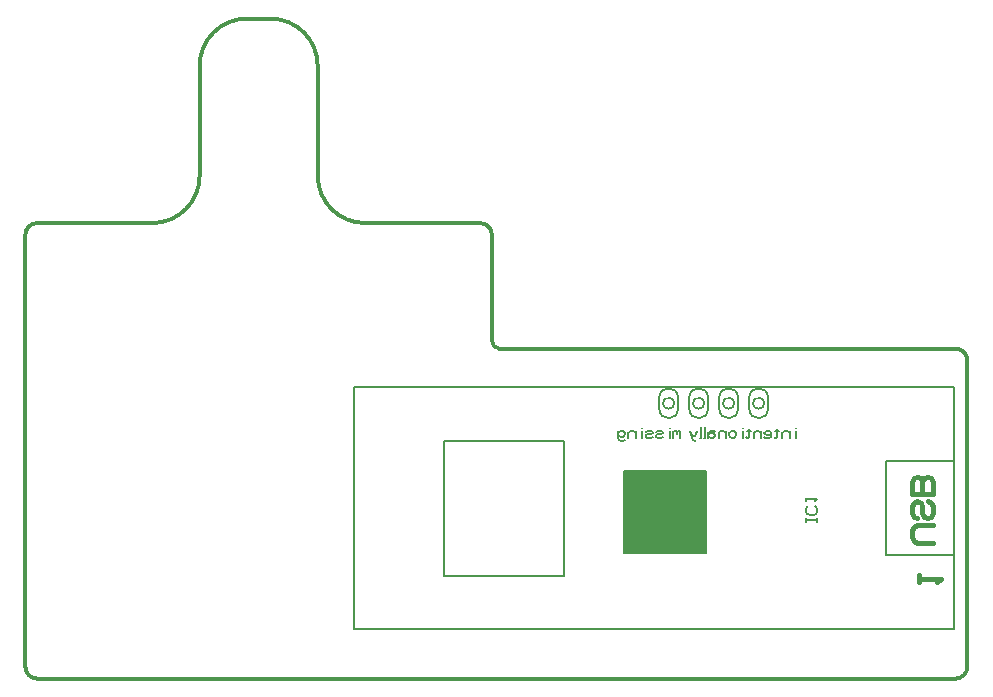
<source format=gbr>
G04 GENERATED BY PULSONIX 12.5 GERBER.DLL 9449*
G04 #@! TF.GenerationSoftware,Pulsonix,Pulsonix,12.5.9449*
G04 #@! TF.CreationDate,2024-10-09T20:32:21--1:00*
G04 #@! TF.Part,Single*
%FSLAX35Y35*%
%LPD*%
%MOMM*%
G04 #@! TF.FileFunction,Legend,Bot*
G04 #@! TF.FilePolarity,Positive*
G04 #@! TA.AperFunction,Profile*
%ADD98C,0.30000*%
G04 #@! TD.AperFunction*
%ADD99C,0.45000*%
G04 #@! TA.AperFunction,Material*
%ADD102C,0.20000*%
G04 #@! TD.AperFunction*
%ADD111C,0.20000*%
G04 #@! TD.AperFunction*
X0Y0D02*
D02*
D98*
X1051797Y5922545D02*
X2026797D01*
G75*
G03*
X2426797Y6322545I0J400000D01*
G01*
Y7253045D01*
G75*
G02*
X2826797Y7653045I400000J0D01*
G01*
X3026797D01*
G75*
G02*
X3426797Y7253045I0J-400000D01*
G01*
Y6322545D01*
G75*
G03*
X3826797Y5922545I400000J0D01*
G01*
X4801797D01*
G75*
G02*
X4901797Y5822545I0J-100000D01*
G01*
Y4922545D01*
G75*
G03*
X4965297Y4859045I63500J0D01*
G01*
X8826797D01*
G75*
G02*
X8926797Y4759045I0J-100000D01*
G01*
Y2165045D01*
G75*
G02*
X8826797Y2065045I-100000J0D01*
G01*
X1051797D01*
G75*
G02*
X951797Y2165045I0J100000D01*
G01*
Y5822545D01*
G75*
G02*
X1051797Y5922545I100000J0D01*
G01*
D02*
D99*
X8636415Y3215310D02*
X8501944Y3215310D01*
X8472062Y3230251D01*
X8457121Y3260134D01*
Y3319898D01*
X8472062Y3349781D01*
X8501944Y3364722D01*
X8636415D01*
X8501944Y3421050D02*
X8472062Y3435991D01*
X8457121Y3465874D01*
Y3525638D01*
X8472062Y3555521D01*
X8501944Y3570462D01*
X8531826Y3555521D01*
X8546768Y3525638D01*
Y3465874D01*
X8561709Y3435991D01*
X8591591Y3421050D01*
X8621473Y3435991D01*
X8636415Y3465874D01*
Y3525638D01*
X8621473Y3555521D01*
X8591591Y3570462D01*
X8546768Y3731378D02*
X8531826Y3761261D01*
X8501944Y3776202D01*
X8472062Y3761261D01*
X8457121Y3731378D01*
Y3626790D01*
X8636415D01*
Y3731378D01*
X8621473Y3761261D01*
X8591591Y3776202D01*
X8561709Y3761261D01*
X8546768Y3731378D01*
Y3626790D01*
X8520621Y2881427D02*
X8520621Y2941192D01*
Y2911310D02*
X8699915Y2911310D01*
X8670032Y2881427D01*
D02*
D102*
X3730797Y2481045D02*
X8810797D01*
Y4535045D01*
X3730797D01*
Y2481045D01*
X5508797Y2936545D02*
Y4079545D01*
X4492797D01*
Y2936545D01*
X5508797D01*
X6318422Y4444670D02*
G75*
G02*
X6477172I79375J0D01*
G01*
Y4349420D01*
G75*
G02*
X6318422I-79375J0D01*
G01*
Y4444670D01*
X6397797D02*
G75*
G03*
Y4349420I0J-47625D01*
G01*
G75*
G03*
Y4444670I0J47625D01*
G01*
X6572422D02*
G75*
G02*
X6731172I79375J0D01*
G01*
Y4349420D01*
G75*
G02*
X6572422I-79375J0D01*
G01*
Y4444670D01*
X6651797D02*
G75*
G03*
Y4349420I0J-47625D01*
G01*
G75*
G03*
Y4444670I0J47625D01*
G01*
X6715297Y3127045D02*
Y3825545D01*
X6016797D01*
Y3127045D01*
X6715297D01*
G36*
X6715297Y3127045D02*
Y3825545D01*
X6016797D01*
Y3127045D01*
X6715297D01*
G37*
X6826422Y4444670D02*
G75*
G02*
X6985172I79375J0D01*
G01*
Y4349420D01*
G75*
G02*
X6826422I-79375J0D01*
G01*
Y4444670D01*
X6905797D02*
G75*
G03*
Y4349420I0J-47625D01*
G01*
G75*
G03*
Y4444670I0J47625D01*
G01*
X7080422D02*
G75*
G02*
X7239172I79375J0D01*
G01*
Y4349420D01*
G75*
G02*
X7080422I-79375J0D01*
G01*
Y4444670D01*
X7159797D02*
G75*
G03*
Y4349420I0J-47625D01*
G01*
G75*
G03*
Y4444670I0J47625D01*
G01*
X8810797Y3108045D02*
Y3908045D01*
X8239297D01*
Y3108045D01*
X8810797D01*
D02*
D111*
X7477297Y4102486D02*
X7477297Y4163663D01*
Y4186604D02*
X7477298Y4186605D01*
X7421397Y4102486D02*
X7421397Y4163663D01*
Y4140721D02*
X7413750Y4156016D01*
X7398456Y4163663D01*
X7383162D01*
X7367868Y4156016D01*
X7360221Y4140721D01*
Y4102486D01*
X7332997Y4163663D02*
X7302409Y4163663D01*
X7317703Y4178957D02*
X7317703Y4110133D01*
X7310056Y4102486D01*
X7302409D01*
X7294762Y4110133D01*
X7206821D02*
X7214468Y4102486D01*
X7229762D01*
X7245056D01*
X7260350Y4110133D01*
X7267997Y4125427D01*
Y4148369D01*
X7260350Y4156016D01*
X7245056Y4163663D01*
X7229762D01*
X7214468Y4156016D01*
X7206821Y4148369D01*
Y4140721D01*
X7214468Y4133074D01*
X7229762Y4125427D01*
X7245056D01*
X7260350Y4133074D01*
X7267997Y4140721D01*
X7179597Y4102486D02*
X7179597Y4163663D01*
Y4140721D02*
X7171950Y4156016D01*
X7156656Y4163663D01*
X7141362D01*
X7126068Y4156016D01*
X7118421Y4140721D01*
Y4102486D01*
X7091197Y4163663D02*
X7060609Y4163663D01*
X7075903Y4178957D02*
X7075903Y4110133D01*
X7068256Y4102486D01*
X7060609D01*
X7052962Y4110133D01*
X7026197Y4102486D02*
X7026197Y4163663D01*
Y4186604D02*
X7026198Y4186605D01*
X6970297Y4125427D02*
X6962650Y4110133D01*
X6947356Y4102486D01*
X6932062D01*
X6916768Y4110133D01*
X6909121Y4125427D01*
Y4140721D01*
X6916768Y4156016D01*
X6932062Y4163663D01*
X6947356D01*
X6962650Y4156016D01*
X6970297Y4140721D01*
Y4125427D01*
X6881897Y4102486D02*
X6881897Y4163663D01*
Y4140721D02*
X6874250Y4156016D01*
X6858956Y4163663D01*
X6843662D01*
X6828368Y4156016D01*
X6820721Y4140721D01*
Y4102486D01*
X6793497Y4156016D02*
X6778203Y4163663D01*
X6755262D01*
X6739968Y4156016D01*
X6732321Y4140721D01*
Y4117780D01*
X6739968Y4110133D01*
X6755262Y4102486D01*
X6770556D01*
X6785850Y4110133D01*
X6793497Y4117780D01*
Y4125427D01*
X6785850Y4133074D01*
X6770556Y4140721D01*
X6755262D01*
X6739968Y4133074D01*
X6732321Y4125427D01*
Y4117780D02*
X6732321Y4102486D01*
X6697450D02*
X6705097Y4102486D01*
Y4194251D01*
X6664950Y4102486D02*
X6672597Y4102486D01*
Y4194251D01*
X6640097Y4163663D02*
X6632450Y4133074D01*
X6617156Y4117780D01*
X6601862D01*
X6586568Y4133074D01*
X6578921Y4163663D01*
X6586568Y4133074D02*
X6594215Y4102486D01*
X6601862Y4087192D01*
X6617156Y4079545D01*
X6632450Y4087192D01*
X6495797Y4102486D02*
X6495797Y4163663D01*
Y4156016D02*
X6488150Y4163663D01*
X6472856D01*
X6465209Y4156016D01*
Y4133074D01*
Y4156016D02*
X6457562Y4163663D01*
X6442268D01*
X6434621Y4156016D01*
Y4102486D01*
X6407397D02*
X6407397Y4163663D01*
Y4186604D02*
X6407398Y4186605D01*
X6351497Y4110133D02*
X6336203Y4102486D01*
X6305615D01*
X6290321Y4110133D01*
Y4125427D01*
X6305615Y4133074D01*
X6336203D01*
X6351497Y4140721D01*
Y4156016D01*
X6336203Y4163663D01*
X6305615D01*
X6290321Y4156016D01*
X6263097Y4110133D02*
X6247803Y4102486D01*
X6217215D01*
X6201921Y4110133D01*
Y4125427D01*
X6217215Y4133074D01*
X6247803D01*
X6263097Y4140721D01*
Y4156016D01*
X6247803Y4163663D01*
X6217215D01*
X6201921Y4156016D01*
X6174697Y4102486D02*
X6174697Y4163663D01*
Y4186604D02*
X6174698Y4186605D01*
X6118797Y4102486D02*
X6118797Y4163663D01*
Y4140721D02*
X6111150Y4156016D01*
X6095856Y4163663D01*
X6080562D01*
X6065268Y4156016D01*
X6057621Y4140721D01*
Y4102486D01*
X5969221Y4140721D02*
X5976868Y4156016D01*
X5992162Y4163663D01*
X6007456D01*
X6022750Y4156016D01*
X6030397Y4140721D01*
Y4133074D01*
X6022750Y4117780D01*
X6007456Y4110133D01*
X5992162D01*
X5976868Y4117780D01*
X5969221Y4133074D01*
Y4163663D02*
X5969221Y4102486D01*
X5976868Y4087192D01*
X5992162Y4079545D01*
X6015103D01*
X6030397Y4087192D01*
X7563738Y3391370D02*
X7563738Y3421958D01*
Y3406664D02*
X7655503Y3406664D01*
Y3391370D02*
X7655503Y3421958D01*
X7579032Y3523741D02*
X7571385Y3516094D01*
X7563738Y3500799D01*
Y3477858D01*
X7571385Y3462564D01*
X7579032Y3454917D01*
X7594326Y3447270D01*
X7624915D01*
X7640209Y3454917D01*
X7647856Y3462564D01*
X7655503Y3477858D01*
Y3500799D01*
X7647856Y3516094D01*
X7640209Y3523741D01*
X7563738Y3567864D02*
X7563738Y3598452D01*
Y3583158D02*
X7655503Y3583158D01*
X7640209Y3567864D01*
X0Y0D02*
M02*

</source>
